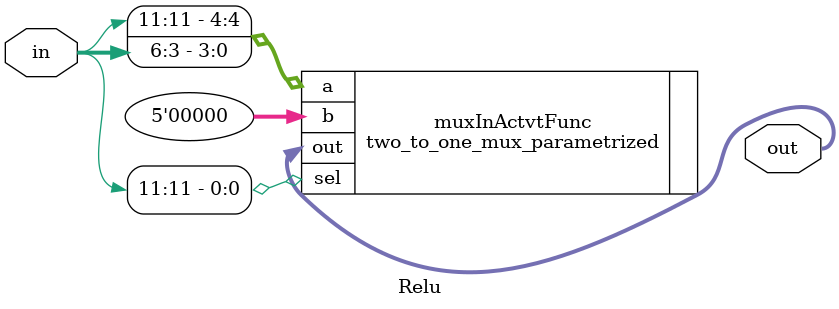
<source format=v>
module Relu(
    input [11:0] in,
    output [4:0] out
);

    two_to_one_mux_parametrized #(5) muxInActvtFunc (.a({in[11],in[6:3]}), .b(5'd0), .sel(in[11]),.out(out));

endmodule
</source>
